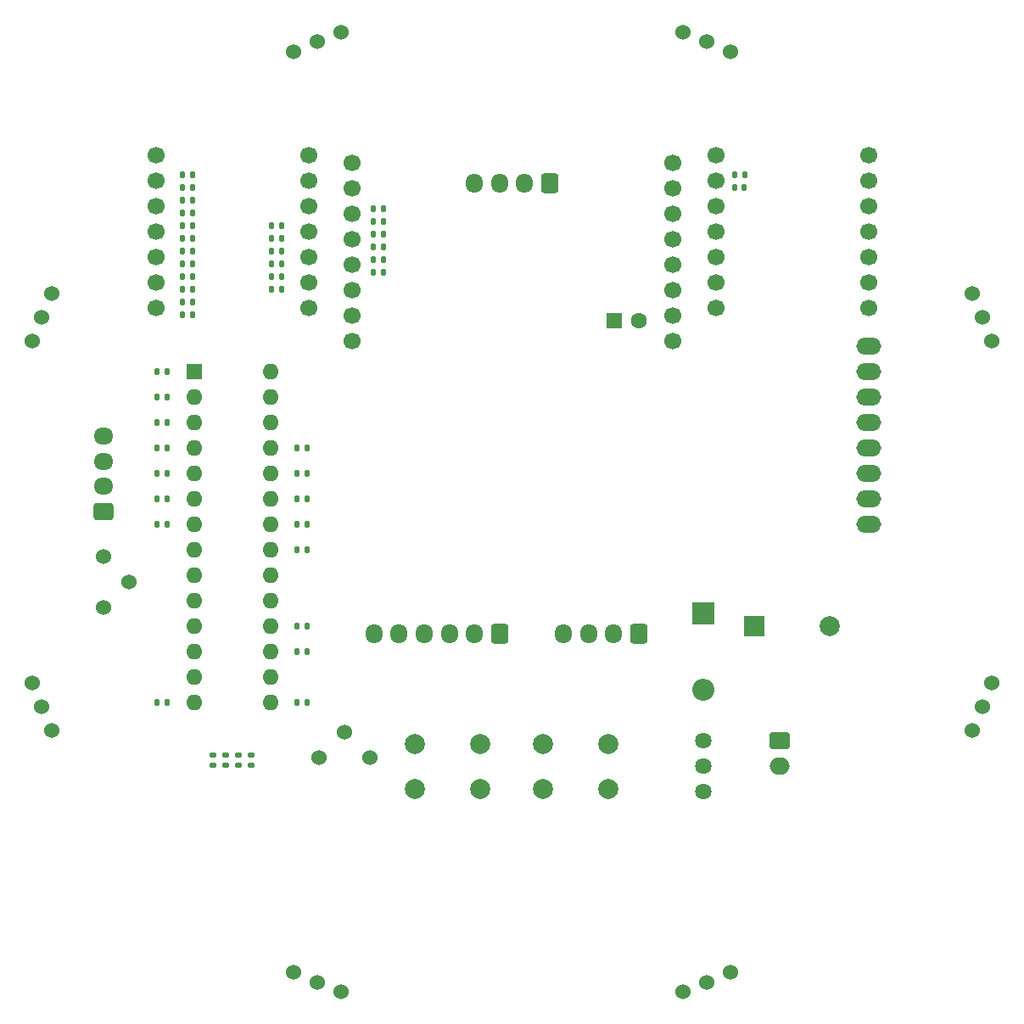
<source format=gbr>
%TF.GenerationSoftware,KiCad,Pcbnew,(6.0.5)*%
%TF.CreationDate,2022-11-08T23:00:49+09:00*%
%TF.ProjectId,main_board_TJ3B,6d61696e-5f62-46f6-9172-645f544a3342,rev?*%
%TF.SameCoordinates,Original*%
%TF.FileFunction,Soldermask,Top*%
%TF.FilePolarity,Negative*%
%FSLAX46Y46*%
G04 Gerber Fmt 4.6, Leading zero omitted, Abs format (unit mm)*
G04 Created by KiCad (PCBNEW (6.0.5)) date 2022-11-08 23:00:49*
%MOMM*%
%LPD*%
G01*
G04 APERTURE LIST*
G04 Aperture macros list*
%AMRoundRect*
0 Rectangle with rounded corners*
0 $1 Rounding radius*
0 $2 $3 $4 $5 $6 $7 $8 $9 X,Y pos of 4 corners*
0 Add a 4 corners polygon primitive as box body*
4,1,4,$2,$3,$4,$5,$6,$7,$8,$9,$2,$3,0*
0 Add four circle primitives for the rounded corners*
1,1,$1+$1,$2,$3*
1,1,$1+$1,$4,$5*
1,1,$1+$1,$6,$7*
1,1,$1+$1,$8,$9*
0 Add four rect primitives between the rounded corners*
20,1,$1+$1,$2,$3,$4,$5,0*
20,1,$1+$1,$4,$5,$6,$7,0*
20,1,$1+$1,$6,$7,$8,$9,0*
20,1,$1+$1,$8,$9,$2,$3,0*%
G04 Aperture macros list end*
%ADD10RoundRect,0.140000X-0.140000X-0.170000X0.140000X-0.170000X0.140000X0.170000X-0.140000X0.170000X0*%
%ADD11RoundRect,0.147500X0.172500X-0.147500X0.172500X0.147500X-0.172500X0.147500X-0.172500X-0.147500X0*%
%ADD12RoundRect,0.135000X-0.135000X-0.185000X0.135000X-0.185000X0.135000X0.185000X-0.135000X0.185000X0*%
%ADD13RoundRect,0.135000X0.185000X-0.135000X0.185000X0.135000X-0.185000X0.135000X-0.185000X-0.135000X0*%
%ADD14RoundRect,0.135000X0.135000X0.185000X-0.135000X0.185000X-0.135000X-0.185000X0.135000X-0.185000X0*%
%ADD15RoundRect,0.140000X0.140000X0.170000X-0.140000X0.170000X-0.140000X-0.170000X0.140000X-0.170000X0*%
%ADD16C,1.700000*%
%ADD17R,1.600000X1.600000*%
%ADD18O,1.600000X1.600000*%
%ADD19C,1.524000*%
%ADD20O,2.500000X1.700000*%
%ADD21C,1.635000*%
%ADD22R,2.000000X2.000000*%
%ADD23C,2.000000*%
%ADD24C,1.600000*%
%ADD25RoundRect,0.250000X0.725000X-0.600000X0.725000X0.600000X-0.725000X0.600000X-0.725000X-0.600000X0*%
%ADD26O,1.950000X1.700000*%
%ADD27RoundRect,0.250000X0.600000X0.725000X-0.600000X0.725000X-0.600000X-0.725000X0.600000X-0.725000X0*%
%ADD28O,1.700000X1.950000*%
%ADD29RoundRect,0.250000X-0.750000X0.600000X-0.750000X-0.600000X0.750000X-0.600000X0.750000X0.600000X0*%
%ADD30O,2.000000X1.700000*%
%ADD31R,2.200000X2.200000*%
%ADD32O,2.200000X2.200000*%
G04 APERTURE END LIST*
D10*
%TO.C,C14*%
X125885000Y-70485000D03*
X126845000Y-70485000D03*
%TD*%
D11*
%TO.C,D3*%
X132715000Y-120500000D03*
X132715000Y-119530000D03*
%TD*%
D12*
%TO.C,R12*%
X123315000Y-83820000D03*
X124335000Y-83820000D03*
%TD*%
%TO.C,R11*%
X123315000Y-86360000D03*
X124335000Y-86360000D03*
%TD*%
D13*
%TO.C,R14*%
X128905000Y-120525000D03*
X128905000Y-119505000D03*
%TD*%
D14*
%TO.C,R19*%
X138305000Y-96520000D03*
X137285000Y-96520000D03*
%TD*%
%TO.C,R22*%
X138305000Y-109220000D03*
X137285000Y-109220000D03*
%TD*%
D12*
%TO.C,R13*%
X123315000Y-81280000D03*
X124335000Y-81280000D03*
%TD*%
D15*
%TO.C,C3*%
X145895000Y-68834000D03*
X144935000Y-68834000D03*
%TD*%
D10*
%TO.C,C13*%
X125885000Y-67945000D03*
X126845000Y-67945000D03*
%TD*%
D15*
%TO.C,C2*%
X145895000Y-71374000D03*
X144935000Y-71374000D03*
%TD*%
D11*
%TO.C,D2*%
X130175000Y-120500000D03*
X130175000Y-119530000D03*
%TD*%
D12*
%TO.C,R2*%
X144905000Y-67564000D03*
X145925000Y-67564000D03*
%TD*%
D14*
%TO.C,R20*%
X138305000Y-99060000D03*
X137285000Y-99060000D03*
%TD*%
D16*
%TO.C,U3*%
X179070000Y-59690000D03*
X179070000Y-62230000D03*
X179070000Y-64770000D03*
X179070000Y-67310000D03*
X179070000Y-69850000D03*
X179070000Y-72390000D03*
X179070000Y-74930000D03*
X194310000Y-74930000D03*
X194310000Y-72390000D03*
X194310000Y-69850000D03*
X194310000Y-67310000D03*
X194310000Y-64770000D03*
X194310000Y-62230000D03*
X194310000Y-59690000D03*
%TD*%
D14*
%TO.C,R5*%
X181965000Y-61595000D03*
X180945000Y-61595000D03*
%TD*%
D10*
%TO.C,C11*%
X134775000Y-73025000D03*
X135735000Y-73025000D03*
%TD*%
D12*
%TO.C,R26*%
X134745000Y-69215000D03*
X135765000Y-69215000D03*
%TD*%
D17*
%TO.C,U4*%
X127010000Y-81265000D03*
D18*
X127010000Y-83805000D03*
X127010000Y-86345000D03*
X127010000Y-88885000D03*
X127010000Y-91425000D03*
X127010000Y-93965000D03*
X127010000Y-96505000D03*
X127010000Y-99045000D03*
X127010000Y-101585000D03*
X127010000Y-104125000D03*
X127010000Y-106665000D03*
X127010000Y-109205000D03*
X127010000Y-111745000D03*
X127010000Y-114285000D03*
X134630000Y-114285000D03*
X134630000Y-111745000D03*
X134630000Y-109205000D03*
X134630000Y-106665000D03*
X134630000Y-104125000D03*
X134630000Y-101585000D03*
X134630000Y-99045000D03*
X134630000Y-96505000D03*
X134630000Y-93965000D03*
X134630000Y-91425000D03*
X134630000Y-88885000D03*
X134630000Y-86345000D03*
X134630000Y-83805000D03*
X134630000Y-81265000D03*
%TD*%
D14*
%TO.C,R17*%
X138305000Y-91440000D03*
X137285000Y-91440000D03*
%TD*%
D10*
%TO.C,C15*%
X125885000Y-73025000D03*
X126845000Y-73025000D03*
%TD*%
D12*
%TO.C,R8*%
X123315000Y-93980000D03*
X124335000Y-93980000D03*
%TD*%
D10*
%TO.C,C12*%
X125885000Y-65405000D03*
X126845000Y-65405000D03*
%TD*%
D19*
%TO.C,R33*%
X139446000Y-119729000D03*
X141986000Y-117189000D03*
X144526000Y-119729000D03*
%TD*%
D14*
%TO.C,R18*%
X138305000Y-93980000D03*
X137285000Y-93980000D03*
%TD*%
D12*
%TO.C,R9*%
X123315000Y-91440000D03*
X124335000Y-91440000D03*
%TD*%
D15*
%TO.C,C7*%
X126845000Y-62865000D03*
X125885000Y-62865000D03*
%TD*%
D12*
%TO.C,R1*%
X144905000Y-70104000D03*
X145925000Y-70104000D03*
%TD*%
D14*
%TO.C,R24*%
X126875000Y-74295000D03*
X125855000Y-74295000D03*
%TD*%
D10*
%TO.C,C5*%
X180975000Y-62865000D03*
X181935000Y-62865000D03*
%TD*%
D12*
%TO.C,R32*%
X125855000Y-71755000D03*
X126875000Y-71755000D03*
%TD*%
%TO.C,R6*%
X123315000Y-114300000D03*
X124335000Y-114300000D03*
%TD*%
%TO.C,R31*%
X125855000Y-69215000D03*
X126875000Y-69215000D03*
%TD*%
D14*
%TO.C,R23*%
X138305000Y-114300000D03*
X137285000Y-114300000D03*
%TD*%
%TO.C,R28*%
X126875000Y-61595000D03*
X125855000Y-61595000D03*
%TD*%
D10*
%TO.C,C9*%
X134775000Y-67945000D03*
X135735000Y-67945000D03*
%TD*%
D12*
%TO.C,R29*%
X125855000Y-64135000D03*
X126875000Y-64135000D03*
%TD*%
D14*
%TO.C,R21*%
X138305000Y-106680000D03*
X137285000Y-106680000D03*
%TD*%
D20*
%TO.C,U1*%
X194310000Y-78740000D03*
X194310000Y-81280000D03*
X194310000Y-83820000D03*
X194310000Y-86360000D03*
X194310000Y-88900000D03*
X194310000Y-91440000D03*
X194310000Y-93980000D03*
X194310000Y-96520000D03*
%TD*%
D15*
%TO.C,C8*%
X126845000Y-75565000D03*
X125885000Y-75565000D03*
%TD*%
D12*
%TO.C,R7*%
X123315000Y-96520000D03*
X124335000Y-96520000D03*
%TD*%
D15*
%TO.C,C4*%
X145895000Y-66294000D03*
X144935000Y-66294000D03*
%TD*%
D12*
%TO.C,R30*%
X125855000Y-66675000D03*
X126875000Y-66675000D03*
%TD*%
%TO.C,R27*%
X134745000Y-71755000D03*
X135765000Y-71755000D03*
%TD*%
D16*
%TO.C,U9*%
X123190000Y-59690000D03*
X123190000Y-62230000D03*
X123190000Y-64770000D03*
X123190000Y-67310000D03*
X123190000Y-69850000D03*
X123190000Y-72390000D03*
X123190000Y-74930000D03*
X138430000Y-74930000D03*
X138430000Y-72390000D03*
X138430000Y-69850000D03*
X138430000Y-67310000D03*
X138430000Y-64770000D03*
X138430000Y-62230000D03*
X138430000Y-59690000D03*
%TD*%
D12*
%TO.C,R10*%
X123315000Y-88900000D03*
X124335000Y-88900000D03*
%TD*%
D13*
%TO.C,R15*%
X131445000Y-120525000D03*
X131445000Y-119505000D03*
%TD*%
D14*
%TO.C,R16*%
X138305000Y-88900000D03*
X137285000Y-88900000D03*
%TD*%
D12*
%TO.C,R25*%
X134745000Y-66675000D03*
X135765000Y-66675000D03*
%TD*%
%TO.C,R3*%
X144905000Y-65024000D03*
X145925000Y-65024000D03*
%TD*%
D10*
%TO.C,C10*%
X134775000Y-70485000D03*
X135735000Y-70485000D03*
%TD*%
D21*
%TO.C,SW1*%
X177800000Y-123190000D03*
X177800000Y-120650000D03*
X177800000Y-118110000D03*
%TD*%
D22*
%TO.C,BZ1*%
X182890000Y-106680000D03*
D23*
X190490000Y-106680000D03*
%TD*%
D17*
%TO.C,C6*%
X168910000Y-76200000D03*
D24*
X171410000Y-76200000D03*
%TD*%
D23*
%TO.C,SW3*%
X161850000Y-122900000D03*
X168350000Y-122900000D03*
X168350000Y-118400000D03*
X161850000Y-118400000D03*
%TD*%
D19*
%TO.C,R4*%
X118015000Y-104775000D03*
X120555000Y-102235000D03*
X118015000Y-99695000D03*
%TD*%
D25*
%TO.C,J4*%
X118000000Y-95190000D03*
D26*
X118000000Y-92690000D03*
X118000000Y-90190000D03*
X118000000Y-87690000D03*
%TD*%
D19*
%TO.C,U10*%
X175843670Y-47344875D03*
X178190324Y-48316891D03*
X180536978Y-49288907D03*
%TD*%
%TO.C,U7*%
X110844949Y-78156404D03*
X111816965Y-75809750D03*
X112788981Y-73463096D03*
%TD*%
D27*
%TO.C,J5*%
X162500000Y-62467000D03*
D28*
X160000000Y-62467000D03*
X157500000Y-62467000D03*
X155000000Y-62467000D03*
%TD*%
D29*
%TO.C,J2*%
X185420000Y-118110000D03*
D30*
X185420000Y-120610000D03*
%TD*%
D19*
%TO.C,U6*%
X112789038Y-117037040D03*
X111817022Y-114690386D03*
X110845006Y-112343732D03*
%TD*%
D27*
%TO.C,J1*%
X157480000Y-107425000D03*
D28*
X154980000Y-107425000D03*
X152480000Y-107425000D03*
X149980000Y-107425000D03*
X147480000Y-107425000D03*
X144980000Y-107425000D03*
%TD*%
D19*
%TO.C,U8*%
X136963034Y-49288964D03*
X139309688Y-48316948D03*
X141656342Y-47344932D03*
%TD*%
D23*
%TO.C,SW2*%
X155575000Y-118400000D03*
X149075000Y-118400000D03*
X149075000Y-122900000D03*
X155575000Y-122900000D03*
%TD*%
D27*
%TO.C,J3*%
X171390000Y-107425000D03*
D28*
X168890000Y-107425000D03*
X166390000Y-107425000D03*
X163890000Y-107425000D03*
%TD*%
D19*
%TO.C,U13*%
X180537114Y-141211036D03*
X178190460Y-142183052D03*
X175843806Y-143155068D03*
%TD*%
D31*
%TO.C,D1*%
X177800000Y-105410000D03*
D32*
X177800000Y-113030000D03*
%TD*%
D19*
%TO.C,U12*%
X206655199Y-112343596D03*
X205683183Y-114690250D03*
X204711167Y-117036904D03*
%TD*%
D16*
%TO.C,U2*%
X142750000Y-60452000D03*
X142750000Y-62992000D03*
X142750000Y-65532000D03*
X142750000Y-68072000D03*
X142750000Y-70612000D03*
X142750000Y-73152000D03*
X142750000Y-75692000D03*
X142750000Y-78232000D03*
X174750000Y-78232000D03*
X174750000Y-75692000D03*
X174750000Y-73152000D03*
X174750000Y-70612000D03*
X174750000Y-68072000D03*
X174750000Y-65532000D03*
X174750000Y-62992000D03*
X174750000Y-60452000D03*
%TD*%
D19*
%TO.C,U5*%
X141656478Y-143155125D03*
X139309824Y-142183109D03*
X136963170Y-141211093D03*
%TD*%
%TO.C,U11*%
X204711110Y-73462960D03*
X205683126Y-75809614D03*
X206655142Y-78156268D03*
%TD*%
M02*

</source>
